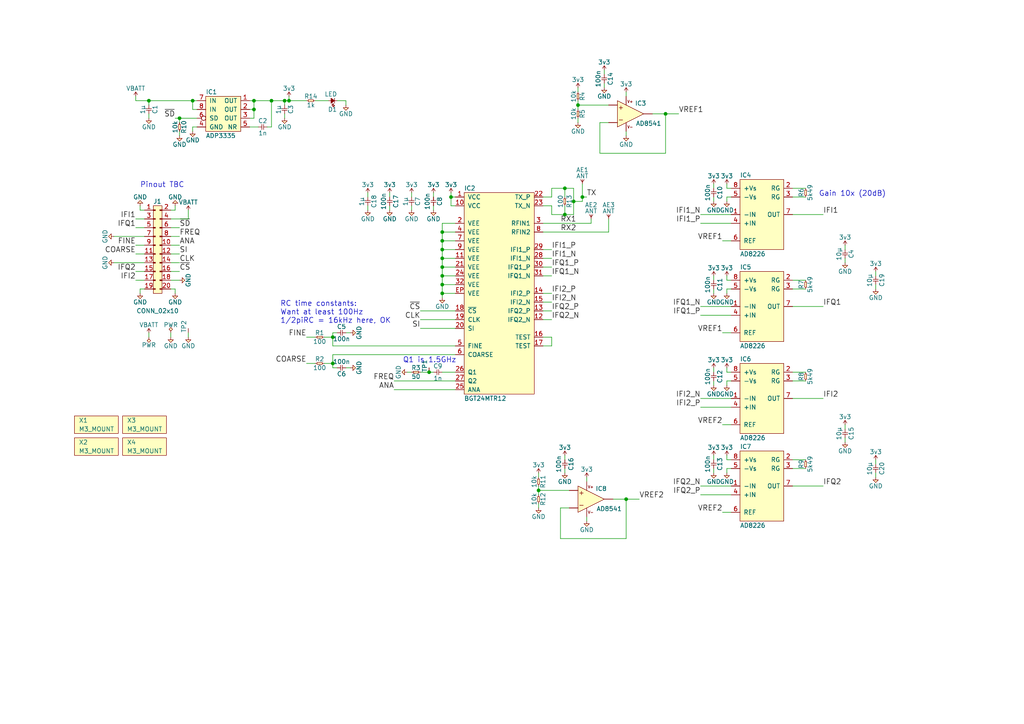
<source format=kicad_sch>
(kicad_sch (version 20230121) (generator eeschema)
  (paper "A4")
  (title_block (title "Bikedar RADAR Board") (date "2017-05-15") (rev "1") (comment 1 "Drawn By: Adam Greig"))
  (lib_symbols
    (symbol "bikedar-rescue:3v3" (power) (pin_numbers hide) (pin_names (offset 1.016) hide)
      (property "Value" "3v3" (at 0 2.286 0))
      (symbol "3v3_1_1"
        (pin power_in line (at 0 0 180) (length 0) hide (name "3v3") (number "1"))
      )
    )
    (symbol "bikedar-rescue:AD8226" (pin_names (offset 1.016))
      (property "Reference" "IC" (at -5.08 11.43 0))
      (property "Value" "AD8226" (at -5.08 -11.43 0))
      (symbol "AD8226_1_1"
        (pin input line (at -7.62 0 0) (length 2.54) (name "-IN") (number "1"))
        (pin passive line (at 10.16 7.62 180) (length 2.54) (name "RG") (number "2"))
        (pin passive line (at 10.16 5.08 180) (length 2.54) (name "RG") (number "3"))
        (pin input line (at -7.62 -2.54 0) (length 2.54) (name "+IN") (number "4"))
        (pin power_in line (at -7.62 5.08 0) (length 2.54) (name "-Vs") (number "5"))
        (pin input line (at -7.62 -7.62 0) (length 2.54) (name "REF") (number "6"))
        (pin output line (at 10.16 0 180) (length 2.54) (name "OUT") (number "7"))
        (pin power_in line (at -7.62 7.62 0) (length 2.54) (name "+Vs") (number "8"))
      )
    )
    (symbol "bikedar-rescue:AD8541" (pin_numbers hide) (pin_names (offset 1.016) hide)
      (property "Reference" "IC" (at 2.54 3.048 0))
      (property "Value" "AD8541" (at 2.794 -2.794 0))
      (symbol "AD8541_0_0"
        (text "V+" (at 0.254 3.556 0) (effects (font (size 0.762 0.762)) (justify left)))
        (text "V-" (at 0.254 -3.81 0) (effects (font (size 0.762 0.762)) (justify left)))
      )
      (symbol "AD8541_1_1"
        (pin output line (at 7.62 0 180) (length 2.54) (name "OUT") (number "1"))
        (pin power_in line (at 0 -5.08 90) (length 2.54) (name "V-") (number "2"))
        (pin input line (at -5.08 2.54 0) (length 2.54) (name "+") (number "3"))
        (pin input line (at -5.08 -2.54 0) (length 2.54) (name "-") (number "4"))
        (pin power_in line (at 0 5.08 270) (length 2.54) (name "V+") (number "5"))
      )
    )
    (symbol "bikedar-rescue:ADP3335" (pin_names (offset 1.016))
      (property "Reference" "IC" (at -5.08 5.08 0))
      (property "Value" "ADP3335" (at -5.08 -7.62 0))
      (symbol "ADP3335_1_1"
        (pin power_out line (at 7.62 2.54 180) (length 2.54) (name "OUT") (number "1"))
        (pin passive line (at 7.62 0 180) (length 2.54) (name "OUT") (number "2"))
        (pin passive line (at 7.62 -2.54 180) (length 2.54) (name "OUT") (number "3"))
        (pin power_in line (at -7.62 -5.08 0) (length 2.54) (name "GND") (number "4"))
        (pin power_out line (at 7.62 -5.08 180) (length 2.54) (name "NR") (number "5"))
        (pin input inverted (at -7.62 -2.54 0) (length 2.54) (name "SD") (number "6"))
        (pin power_in line (at -7.62 2.54 0) (length 2.54) (name "IN") (number "7"))
        (pin power_in line (at -7.62 0 0) (length 2.54) (name "IN") (number "8"))
      )
    )
    (symbol "bikedar-rescue:ANT" (pin_numbers hide) (pin_names (offset 0) hide)
      (property "Reference" "AE" (at 0 4.064 0))
      (property "Value" "ANT" (at 0 2.286 0))
      (symbol "ANT_1_1"
        (pin passive line (at 0 0 90) (length 1.27) (name "1") (number "1"))
      )
    )
    (symbol "bikedar-rescue:BGT24MTR12" (pin_names (offset 1.016))
      (property "Reference" "IC" (at -10.16 30.48 0))
      (property "Value" "BGT24MTR12" (at -10.16 -30.48 0))
      (symbol "BGT24MTR12_0_0"
        (pin power_in line (at -12.7 27.94 0) (length 2.54) (name "VCC") (number "1"))
        (pin power_in line (at -12.7 25.4 0) (length 2.54) (name "VCC") (number "10"))
        (pin power_in line (at -12.7 10.16 0) (length 2.54) (name "VEE") (number "11"))
        (pin output line (at 12.7 -7.62 180) (length 2.54) (name "IFQ2_N") (number "12"))
        (pin output line (at 12.7 -5.08 180) (length 2.54) (name "IFQ2_P") (number "13"))
        (pin output line (at 12.7 0 180) (length 2.54) (name "IFI2_P") (number "14"))
        (pin output line (at 12.7 -2.54 180) (length 2.54) (name "IFI2_N") (number "15"))
        (pin passive line (at 12.7 -12.7 180) (length 2.54) (name "TEST") (number "16"))
        (pin passive line (at 12.7 -15.24 180) (length 2.54) (name "TEST") (number "17"))
        (pin input line (at -12.7 -5.08 0) (length 2.54) (name "~{CS}") (number "18"))
        (pin input line (at -12.7 -7.62 0) (length 2.54) (name "CLK") (number "19"))
        (pin power_in line (at -12.7 20.32 0) (length 2.54) (name "VEE") (number "2"))
        (pin input line (at -12.7 -10.16 0) (length 2.54) (name "SI") (number "20"))
        (pin power_in line (at -12.7 7.62 0) (length 2.54) (name "VEE") (number "21"))
        (pin output line (at 12.7 27.94 180) (length 2.54) (name "TX_P") (number "22"))
        (pin output line (at 12.7 25.4 180) (length 2.54) (name "TX_N") (number "23"))
        (pin power_in line (at -12.7 5.08 0) (length 2.54) (name "VEE") (number "24"))
        (pin output line (at -12.7 -27.94 0) (length 2.54) (name "ANA") (number "25"))
        (pin output line (at -12.7 -22.86 0) (length 2.54) (name "Q1") (number "26"))
        (pin output line (at -12.7 -25.4 0) (length 2.54) (name "Q2") (number "27"))
        (pin output line (at 12.7 10.16 180) (length 2.54) (name "IFI1_N") (number "28"))
        (pin output line (at 12.7 12.7 180) (length 2.54) (name "IFI1_P") (number "29"))
        (pin input line (at 12.7 20.32 180) (length 2.54) (name "RFIN1") (number "3"))
        (pin output line (at 12.7 7.62 180) (length 2.54) (name "IFQ1_P") (number "30"))
        (pin output line (at 12.7 5.08 180) (length 2.54) (name "IFQ1_N") (number "31"))
        (pin power_in line (at -12.7 2.54 0) (length 2.54) (name "VEE") (number "32"))
        (pin power_in line (at -12.7 17.78 0) (length 2.54) (name "VEE") (number "4"))
        (pin input line (at -12.7 -15.24 0) (length 2.54) (name "FINE") (number "5"))
        (pin input line (at -12.7 -17.78 0) (length 2.54) (name "COARSE") (number "6"))
        (pin power_in line (at -12.7 15.24 0) (length 2.54) (name "VEE") (number "7"))
        (pin input line (at 12.7 17.78 180) (length 2.54) (name "RFIN2") (number "8"))
        (pin power_in line (at -12.7 12.7 0) (length 2.54) (name "VEE") (number "9"))
        (pin power_in line (at -12.7 0 0) (length 2.54) (name "VEE") (number "EP"))
      )
    )
    (symbol "bikedar-rescue:C" (pin_numbers hide) (pin_names (offset 1.016) hide)
      (property "Reference" "C" (at 1.27 1.778 0))
      (property "Value" "C" (at 1.27 -1.778 0))
      (symbol "C_1_1"
        (pin passive line (at 0 0 0) (length 1.016) (name "~") (number "1"))
        (pin passive line (at 2.54 0 180) (length 1.016) (name "~") (number "2"))
      )
    )
    (symbol "bikedar-rescue:CONN_02x10" (pin_names (offset 0.0254) hide)
      (property "Reference" "J" (at -2.54 2.54 0))
      (property "Value" "CONN_02x10" (at -2.54 -25.4 0))
      (symbol "CONN_02x10_1_1"
        (pin passive line (at -5.08 0 0) (length 2.54) (name "1") (number "1"))
        (pin passive line (at 2.54 -10.16 180) (length 2.54) (name "10") (number "10"))
        (pin passive line (at -5.08 -12.7 0) (length 2.54) (name "11") (number "11"))
        (pin passive line (at 2.54 -12.7 180) (length 2.54) (name "12") (number "12"))
        (pin passive line (at -5.08 -15.24 0) (length 2.54) (name "13") (number "13"))
        (pin passive line (at 2.54 -15.24 180) (length 2.54) (name "14") (number "14"))
        (pin passive line (at -5.08 -17.78 0) (length 2.54) (name "15") (number "15"))
        (pin passive line (at 2.54 -17.78 180) (length 2.54) (name "16") (number "16"))
        (pin passive line (at -5.08 -20.32 0) (length 2.54) (name "17") (number "17"))
        (pin passive line (at 2.54 -20.32 180) (length 2.54) (name "18") (number "18"))
        (pin passive line (at -5.08 -22.86 0) (length 2.54) (name "19") (number "19"))
        (pin passive line (at 2.54 0 180) (length 2.54) (name "2") (number "2"))
        (pin passive line (at 2.54 -22.86 180) (length 2.54) (name "20") (number "20"))
        (pin passive line (at -5.08 -2.54 0) (length 2.54) (name "3") (number "3"))
        (pin passive line (at 2.54 -2.54 180) (length 2.54) (name "4") (number "4"))
        (pin passive line (at -5.08 -5.08 0) (length 2.54) (name "5") (number "5"))
        (pin passive line (at 2.54 -5.08 180) (length 2.54) (name "6") (number "6"))
        (pin passive line (at -5.08 -7.62 0) (length 2.54) (name "7") (number "7"))
        (pin passive line (at 2.54 -7.62 180) (length 2.54) (name "8") (number "8"))
        (pin passive line (at -5.08 -10.16 0) (length 2.54) (name "9") (number "9"))
      )
    )
    (symbol "bikedar-rescue:GND" (power) (pin_numbers hide) (pin_names (offset 1.016) hide)
      (property "Value" "GND" (at 0 -2.54 0))
      (symbol "GND_1_1"
        (pin power_in line (at 0 0 180) (length 0) hide (name "GND") (number "1"))
      )
    )
    (symbol "bikedar-rescue:LED" (pin_numbers hide) (pin_names (offset 1.016) hide)
      (property "Reference" "D" (at 0 2.54 0))
      (property "Value" "LED" (at 0 -1.905 0))
      (symbol "LED_1_1"
        (pin passive line (at 0 0 0) (length 0.762) (name "~") (number "1"))
        (pin passive line (at 2.54 0 180) (length 0.762) (name "~") (number "2"))
      )
    )
    (symbol "bikedar-rescue:PART" (pin_names (offset 1.016))
      (property "Reference" "X" (at 1.27 2.54 0))
      (property "Value" "PART" (at 1.27 0 0))
    )
    (symbol "bikedar-rescue:PWR" (power) (pin_numbers hide) (pin_names (offset 1.016) hide)
      (property "Value" "PWR" (at 0 2.286 0))
      (symbol "PWR_1_1"
        (pin power_out line (at 0 0 90) (length 0.508) (name "pwr") (number "1"))
      )
    )
    (symbol "bikedar-rescue:R" (pin_numbers hide) (pin_names (offset 1.016) hide)
      (property "Reference" "R" (at 1.27 1.27 0))
      (property "Value" "R" (at 1.27 -1.27 0))
      (symbol "R_1_1"
        (pin passive line (at 0 0 0) (length 0.508) (name "~") (number "1"))
        (pin passive line (at 2.54 0 180) (length 0.508) (name "~") (number "2"))
      )
    )
    (symbol "bikedar-rescue:TESTPAD" (pin_numbers hide) (pin_names (offset 1.016) hide)
      (property "Reference" "TP" (at 0 1.27 0))
      (symbol "TESTPAD_1_1"
        (pin input line (at 0 0 0) (length 1.27) (name "TP") (number "1"))
      )
    )
    (symbol "bikedar-rescue:VBATT" (power) (pin_numbers hide) (pin_names (offset 1.016) hide)
      (property "Value" "VBATT" (at 0 2.286 0))
      (symbol "VBATT_1_1"
        (pin power_in line (at 0 0 180) (length 0) hide (name "VBATT") (number "1"))
      )
    )
  )
  (junction (at 55.88 29.21))
  (junction (at 128.27 85.09))
  (junction (at 124.46 107.95))
  (junction (at 163.83 62.23))
  (junction (at 128.27 80.01))
  (junction (at 43.18 29.21))
  (junction (at 83.82 29.21))
  (junction (at 78.74 29.21))
  (junction (at 96.52 97.79))
  (junction (at 193.04 33.02))
  (junction (at 96.52 105.41))
  (junction (at 128.27 77.47))
  (junction (at 130.81 57.15))
  (junction (at 181.61 144.78))
  (junction (at 73.66 31.75))
  (junction (at 163.83 54.61))
  (junction (at 167.64 30.48))
  (junction (at 166.37 58.42))
  (junction (at 128.27 72.39))
  (junction (at 82.55 29.21))
  (junction (at 128.27 69.85))
  (junction (at 128.27 67.31))
  (junction (at 128.27 74.93))
  (junction (at 128.27 82.55))
  (junction (at 168.91 57.15))
  (junction (at 73.66 29.21))
  (junction (at 52.07 34.29))
  (junction (at 156.21 142.24))
  (wire (pts (xy 160.02 77.47) (xy 157.48 77.47)))
  (wire (pts (xy 93.98 97.79) (xy 96.52 97.79)))
  (wire (pts (xy 212.09 115.57) (xy 203.2 115.57)))
  (wire (pts (xy 49.53 78.74) (xy 52.07 78.74)))
  (wire (pts (xy 254 82.55) (xy 254 83.82)))
  (wire (pts (xy 132.08 80.01) (xy 128.27 80.01)))
  (wire (pts (xy 176.53 30.48) (xy 167.64 30.48)))
  (wire (pts (xy 50.8 60.96) (xy 50.8 59.69)))
  (wire (pts (xy 78.74 29.21) (xy 82.55 29.21)))
  (wire (pts (xy 207.01 57.15) (xy 207.01 58.42)))
  (wire (pts (xy 39.37 29.21) (xy 43.18 29.21)))
  (wire (pts (xy 160.02 72.39) (xy 157.48 72.39)))
  (wire (pts (xy 125.73 55.88) (xy 125.73 57.15)))
  (wire (pts (xy 57.15 36.83) (xy 55.88 36.83)))
  (wire (pts (xy 166.37 58.42) (xy 166.37 54.61)))
  (wire (pts (xy 254 78.74) (xy 254 80.01)))
  (wire (pts (xy 132.08 74.93) (xy 128.27 74.93)))
  (wire (pts (xy 128.27 74.93) (xy 128.27 77.47)))
  (wire (pts (xy 125.73 59.69) (xy 125.73 60.96)))
  (wire (pts (xy 210.82 133.35) (xy 212.09 133.35)))
  (wire (pts (xy 210.82 107.95) (xy 212.09 107.95)))
  (wire (pts (xy 210.82 57.15) (xy 212.09 57.15)))
  (wire (pts (xy 132.08 110.49) (xy 114.3 110.49)))
  (wire (pts (xy 163.83 135.89) (xy 163.83 137.16)))
  (wire (pts (xy 128.27 67.31) (xy 128.27 69.85)))
  (wire (pts (xy 49.53 60.96) (xy 50.8 60.96)))
  (wire (pts (xy 128.27 77.47) (xy 128.27 80.01)))
  (wire (pts (xy 210.82 106.68) (xy 210.82 107.95)))
  (wire (pts (xy 254 137.16) (xy 254 138.43)))
  (wire (pts (xy 210.82 132.08) (xy 210.82 133.35)))
  (wire (pts (xy 160.02 54.61) (xy 163.83 54.61)))
  (wire (pts (xy 118.11 107.95) (xy 119.38 107.95)))
  (wire (pts (xy 130.81 55.88) (xy 130.81 57.15)))
  (wire (pts (xy 156.21 142.24) (xy 156.21 143.51)))
  (wire (pts (xy 132.08 82.55) (xy 128.27 82.55)))
  (wire (pts (xy 128.27 69.85) (xy 128.27 72.39)))
  (wire (pts (xy 207.01 80.01) (xy 207.01 81.28)))
  (wire (pts (xy 73.66 31.75) (xy 73.66 34.29)))
  (wire (pts (xy 156.21 137.16) (xy 156.21 138.43)))
  (wire (pts (xy 72.39 36.83) (xy 74.93 36.83)))
  (wire (pts (xy 245.11 71.12) (xy 245.11 72.39)))
  (wire (pts (xy 163.83 54.61) (xy 163.83 57.15)))
  (wire (pts (xy 106.68 55.88) (xy 106.68 57.15)))
  (wire (pts (xy 157.48 80.01) (xy 160.02 80.01)))
  (wire (pts (xy 96.52 105.41) (xy 96.52 106.68)))
  (wire (pts (xy 97.79 29.21) (xy 100.33 29.21)))
  (wire (pts (xy 55.88 31.75) (xy 57.15 31.75)))
  (wire (pts (xy 132.08 113.03) (xy 114.3 113.03)))
  (wire (pts (xy 168.91 58.42) (xy 168.91 57.15)))
  (wire (pts (xy 73.66 29.21) (xy 78.74 29.21)))
  (wire (pts (xy 167.64 30.48) (xy 167.64 31.75)))
  (wire (pts (xy 78.74 36.83) (xy 78.74 29.21)))
  (wire (pts (xy 39.37 73.66) (xy 41.91 73.66)))
  (wire (pts (xy 162.56 147.32) (xy 162.56 156.21)))
  (wire (pts (xy 254 133.35) (xy 254 134.62)))
  (wire (pts (xy 156.21 140.97) (xy 156.21 142.24)))
  (wire (pts (xy 49.53 63.5) (xy 54.61 63.5)))
  (wire (pts (xy 156.21 147.32) (xy 156.21 146.05)))
  (wire (pts (xy 245.11 74.93) (xy 245.11 76.2)))
  (wire (pts (xy 157.48 85.09) (xy 160.02 85.09)))
  (wire (pts (xy 177.8 144.78) (xy 181.61 144.78)))
  (wire (pts (xy 193.04 44.45) (xy 193.04 33.02)))
  (wire (pts (xy 49.53 96.52) (xy 49.53 97.79)))
  (wire (pts (xy 132.08 64.77) (xy 128.27 64.77)))
  (wire (pts (xy 50.8 83.82) (xy 50.8 85.09)))
  (wire (pts (xy 209.55 69.85) (xy 212.09 69.85)))
  (wire (pts (xy 132.08 77.47) (xy 128.27 77.47)))
  (wire (pts (xy 55.88 36.83) (xy 55.88 38.1)))
  (wire (pts (xy 128.27 82.55) (xy 128.27 85.09)))
  (wire (pts (xy 229.87 57.15) (xy 233.68 57.15)))
  (wire (pts (xy 167.64 29.21) (xy 167.64 30.48)))
  (wire (pts (xy 160.02 100.33) (xy 157.48 100.33)))
  (wire (pts (xy 49.53 68.58) (xy 52.07 68.58)))
  (wire (pts (xy 96.52 96.52) (xy 96.52 97.79)))
  (wire (pts (xy 173.99 35.56) (xy 173.99 44.45)))
  (wire (pts (xy 106.68 59.69) (xy 106.68 60.96)))
  (wire (pts (xy 207.01 110.49) (xy 207.01 111.76)))
  (wire (pts (xy 72.39 31.75) (xy 73.66 31.75)))
  (wire (pts (xy 54.61 96.52) (xy 54.61 97.79)))
  (wire (pts (xy 173.99 44.45) (xy 193.04 44.45)))
  (wire (pts (xy 157.48 59.69) (xy 160.02 59.69)))
  (wire (pts (xy 43.18 30.48) (xy 43.18 29.21)))
  (wire (pts (xy 52.07 34.29) (xy 57.15 34.29)))
  (wire (pts (xy 101.6 96.52) (xy 100.33 96.52)))
  (wire (pts (xy 119.38 59.69) (xy 119.38 60.96)))
  (wire (pts (xy 229.87 62.23) (xy 238.76 62.23)))
  (wire (pts (xy 52.07 39.37) (xy 52.07 38.1)))
  (wire (pts (xy 175.26 24.13) (xy 175.26 25.4)))
  (wire (pts (xy 210.82 137.16) (xy 210.82 135.89)))
  (wire (pts (xy 181.61 26.67) (xy 181.61 27.94)))
  (wire (pts (xy 210.82 53.34) (xy 210.82 54.61)))
  (wire (pts (xy 54.61 63.5) (xy 54.61 60.96)))
  (wire (pts (xy 181.61 156.21) (xy 181.61 144.78)))
  (wire (pts (xy 209.55 123.19) (xy 212.09 123.19)))
  (wire (pts (xy 33.02 76.2) (xy 41.91 76.2)))
  (wire (pts (xy 229.87 88.9) (xy 238.76 88.9)))
  (wire (pts (xy 229.87 135.89) (xy 233.68 135.89)))
  (wire (pts (xy 49.53 73.66) (xy 52.07 73.66)))
  (wire (pts (xy 121.92 107.95) (xy 124.46 107.95)))
  (wire (pts (xy 49.53 71.12) (xy 52.07 71.12)))
  (wire (pts (xy 245.11 123.19) (xy 245.11 124.46)))
  (wire (pts (xy 40.64 59.69) (xy 40.64 60.96)))
  (wire (pts (xy 160.02 62.23) (xy 163.83 62.23)))
  (wire (pts (xy 52.07 34.29) (xy 52.07 35.56)))
  (wire (pts (xy 91.44 29.21) (xy 95.25 29.21)))
  (wire (pts (xy 229.87 81.28) (xy 233.68 81.28)))
  (wire (pts (xy 96.52 102.87) (xy 132.08 102.87)))
  (wire (pts (xy 181.61 38.1) (xy 181.61 39.37)))
  (wire (pts (xy 157.48 64.77) (xy 171.45 64.77)))
  (wire (pts (xy 73.66 34.29) (xy 72.39 34.29)))
  (wire (pts (xy 113.03 59.69) (xy 113.03 60.96)))
  (wire (pts (xy 130.81 57.15) (xy 130.81 59.69)))
  (wire (pts (xy 165.1 142.24) (xy 156.21 142.24)))
  (wire (pts (xy 203.2 118.11) (xy 212.09 118.11)))
  (wire (pts (xy 170.18 57.15) (xy 168.91 57.15)))
  (wire (pts (xy 210.82 110.49) (xy 212.09 110.49)))
  (wire (pts (xy 73.66 29.21) (xy 73.66 31.75)))
  (wire (pts (xy 100.33 106.68) (xy 101.6 106.68)))
  (wire (pts (xy 210.82 81.28) (xy 212.09 81.28)))
  (wire (pts (xy 176.53 35.56) (xy 173.99 35.56)))
  (wire (pts (xy 210.82 54.61) (xy 212.09 54.61)))
  (wire (pts (xy 209.55 96.52) (xy 212.09 96.52)))
  (wire (pts (xy 128.27 80.01) (xy 128.27 82.55)))
  (wire (pts (xy 41.91 83.82) (xy 40.64 83.82)))
  (wire (pts (xy 210.82 135.89) (xy 212.09 135.89)))
  (wire (pts (xy 43.18 29.21) (xy 55.88 29.21)))
  (wire (pts (xy 193.04 33.02) (xy 196.85 33.02)))
  (wire (pts (xy 163.83 132.08) (xy 163.83 133.35)))
  (wire (pts (xy 82.55 34.29) (xy 82.55 33.02)))
  (wire (pts (xy 113.03 55.88) (xy 113.03 57.15)))
  (wire (pts (xy 96.52 102.87) (xy 96.52 105.41)))
  (wire (pts (xy 229.87 133.35) (xy 233.68 133.35)))
  (wire (pts (xy 128.27 72.39) (xy 128.27 74.93)))
  (wire (pts (xy 210.82 85.09) (xy 210.82 83.82)))
  (wire (pts (xy 181.61 144.78) (xy 185.42 144.78)))
  (wire (pts (xy 176.53 67.31) (xy 176.53 63.5)))
  (wire (pts (xy 166.37 62.23) (xy 166.37 58.42)))
  (wire (pts (xy 72.39 29.21) (xy 73.66 29.21)))
  (wire (pts (xy 167.64 25.4) (xy 167.64 26.67)))
  (wire (pts (xy 132.08 85.09) (xy 128.27 85.09)))
  (wire (pts (xy 157.48 74.93) (xy 160.02 74.93)))
  (wire (pts (xy 55.88 29.21) (xy 57.15 29.21)))
  (wire (pts (xy 33.02 68.58) (xy 41.91 68.58)))
  (wire (pts (xy 157.48 67.31) (xy 176.53 67.31)))
  (wire (pts (xy 210.82 80.01) (xy 210.82 81.28)))
  (wire (pts (xy 130.81 57.15) (xy 132.08 57.15)))
  (wire (pts (xy 175.26 20.32) (xy 175.26 21.59)))
  (wire (pts (xy 163.83 54.61) (xy 166.37 54.61)))
  (wire (pts (xy 52.07 81.28) (xy 49.53 81.28)))
  (wire (pts (xy 165.1 147.32) (xy 162.56 147.32)))
  (wire (pts (xy 163.83 62.23) (xy 163.83 59.69)))
  (wire (pts (xy 229.87 110.49) (xy 233.68 110.49)))
  (wire (pts (xy 132.08 107.95) (xy 128.27 107.95)))
  (wire (pts (xy 93.98 105.41) (xy 96.52 105.41)))
  (wire (pts (xy 203.2 91.44) (xy 212.09 91.44)))
  (wire (pts (xy 229.87 54.61) (xy 233.68 54.61)))
  (wire (pts (xy 160.02 87.63) (xy 157.48 87.63)))
  (wire (pts (xy 157.48 90.17) (xy 160.02 90.17)))
  (wire (pts (xy 160.02 59.69) (xy 160.02 62.23)))
  (wire (pts (xy 100.33 29.21) (xy 100.33 30.48)))
  (wire (pts (xy 96.52 106.68) (xy 97.79 106.68)))
  (wire (pts (xy 166.37 58.42) (xy 168.91 58.42)))
  (wire (pts (xy 130.81 59.69) (xy 132.08 59.69)))
  (wire (pts (xy 203.2 143.51) (xy 212.09 143.51)))
  (wire (pts (xy 160.02 57.15) (xy 160.02 54.61)))
  (wire (pts (xy 77.47 36.83) (xy 78.74 36.83)))
  (wire (pts (xy 212.09 88.9) (xy 203.2 88.9)))
  (wire (pts (xy 43.18 34.29) (xy 43.18 33.02)))
  (wire (pts (xy 132.08 72.39) (xy 128.27 72.39)))
  (wire (pts (xy 52.07 66.04) (xy 49.53 66.04)))
  (wire (pts (xy 49.53 83.82) (xy 50.8 83.82)))
  (wire (pts (xy 157.48 97.79) (xy 160.02 97.79)))
  (wire (pts (xy 132.08 67.31) (xy 128.27 67.31)))
  (wire (pts (xy 203.2 64.77) (xy 212.09 64.77)))
  (wire (pts (xy 245.11 127) (xy 245.11 128.27)))
  (wire (pts (xy 50.8 34.29) (xy 52.07 34.29)))
  (wire (pts (xy 229.87 115.57) (xy 238.76 115.57)))
  (wire (pts (xy 162.56 156.21) (xy 181.61 156.21)))
  (wire (pts (xy 91.44 97.79) (xy 88.9 97.79)))
  (wire (pts (xy 207.01 132.08) (xy 207.01 133.35)))
  (wire (pts (xy 82.55 29.21) (xy 82.55 30.48)))
  (wire (pts (xy 55.88 29.21) (xy 55.88 31.75)))
  (wire (pts (xy 170.18 138.43) (xy 170.18 139.7)))
  (wire (pts (xy 40.64 60.96) (xy 41.91 60.96)))
  (wire (pts (xy 163.83 62.23) (xy 166.37 62.23)))
  (wire (pts (xy 167.64 35.56) (xy 167.64 34.29)))
  (wire (pts (xy 210.82 83.82) (xy 212.09 83.82)))
  (wire (pts (xy 39.37 71.12) (xy 41.91 71.12)))
  (wire (pts (xy 207.01 106.68) (xy 207.01 107.95)))
  (wire (pts (xy 132.08 92.71) (xy 121.92 92.71)))
  (wire (pts (xy 96.52 100.33) (xy 132.08 100.33)))
  (wire (pts (xy 212.09 62.23) (xy 203.2 62.23)))
  (wire (pts (xy 229.87 83.82) (xy 233.68 83.82)))
  (wire (pts (xy 96.52 97.79) (xy 96.52 100.33)))
  (wire (pts (xy 168.91 57.15) (xy 168.91 53.34)))
  (wire (pts (xy 170.18 149.86) (xy 170.18 151.13)))
  (wire (pts (xy 212.09 140.97) (xy 203.2 140.97)))
  (wire (pts (xy 128.27 85.09) (xy 128.27 86.36)))
  (wire (pts (xy 229.87 140.97) (xy 238.76 140.97)))
  (wire (pts (xy 229.87 107.95) (xy 233.68 107.95)))
  (wire (pts (xy 132.08 69.85) (xy 128.27 69.85)))
  (wire (pts (xy 41.91 66.04) (xy 39.37 66.04)))
  (wire (pts (xy 128.27 64.77) (xy 128.27 67.31)))
  (wire (pts (xy 209.55 148.59) (xy 212.09 148.59)))
  (wire (pts (xy 171.45 64.77) (xy 171.45 63.5)))
  (wire (pts (xy 83.82 29.21) (xy 88.9 29.21)))
  (wire (pts (xy 157.48 57.15) (xy 160.02 57.15)))
  (wire (pts (xy 83.82 29.21) (xy 83.82 27.94)))
  (wire (pts (xy 189.23 33.02) (xy 193.04 33.02)))
  (wire (pts (xy 207.01 135.89) (xy 207.01 137.16)))
  (wire (pts (xy 207.01 53.34) (xy 207.01 54.61)))
  (wire (pts (xy 119.38 55.88) (xy 119.38 57.15)))
  (wire (pts (xy 39.37 27.94) (xy 39.37 29.21)))
  (wire (pts (xy 82.55 29.21) (xy 83.82 29.21)))
  (wire (pts (xy 41.91 63.5) (xy 39.37 63.5)))
  (wire (pts (xy 121.92 95.25) (xy 132.08 95.25)))
  (wire (pts (xy 207.01 83.82) (xy 207.01 85.09)))
  (wire (pts (xy 40.64 83.82) (xy 40.64 85.09)))
  (wire (pts (xy 49.53 76.2) (xy 52.07 76.2)))
  (wire (pts (xy 97.79 96.52) (xy 96.52 96.52)))
  (wire (pts (xy 160.02 92.71) (xy 157.48 92.71)))
  (wire (pts (xy 39.37 81.28) (xy 41.91 81.28)))
  (wire (pts (xy 124.46 107.95) (xy 125.73 107.95)))
  (wire (pts (xy 210.82 111.76) (xy 210.82 110.49)))
  (wire (pts (xy 43.18 97.79) (xy 43.18 96.52)))
  (wire (pts (xy 210.82 58.42) (xy 210.82 57.15)))
  (wire (pts (xy 160.02 97.79) (xy 160.02 100.33)))
  (wire (pts (xy 39.37 78.74) (xy 41.91 78.74)))
  (wire (pts (xy 91.44 105.41) (xy 88.9 105.41)))
  (wire (pts (xy 132.08 90.17) (xy 121.92 90.17)))
  (text "Q1 is 1.5GHz" (at 116.84 105.41 0) (effects (font (size 1.524 1.524)) (justify left bottom)))
  (text "RC time constants:\nWant at least 100Hz\n1/2piRC = 16kHz here, OK" (at 81.28 93.98 0) (effects (font (size 1.524 1.524)) (justify left bottom)))
  (text "Pinout TBC" (at 40.64 54.61 0) (effects (font (size 1.524 1.524)) (justify left bottom)))
  (text "Gain 10x (20dB)" (at 237.49 57.15 0) (effects (font (size 1.524 1.524)) (justify left bottom)))
  (label "IFI2_N" (at 160.02 87.63 0) (effects (font (size 1.524 1.524))))
  (label "FREQ" (at 52.07 68.58 0) (effects (font (size 1.524 1.524))))
  (label "IFQ2" (at 39.37 78.74 180) (effects (font (size 1.524 1.524))))
  (label "VREF1" (at 196.85 33.02 0) (effects (font (size 1.524 1.524))))
  (label "IFI1_P" (at 203.2 64.77 180) (effects (font (size 1.524 1.524))))
  (label "FINE" (at 88.9 97.79 180) (effects (font (size 1.524 1.524))))
  (label "IFQ1_N" (at 160.02 80.01 0) (effects (font (size 1.524 1.524))))
  (label "TX" (at 170.18 57.15 0) (effects (font (size 1.524 1.524))))
  (label "IFQ1_P" (at 203.2 91.44 180) (effects (font (size 1.524 1.524))))
  (label "IFQ1" (at 238.76 88.9 0) (effects (font (size 1.524 1.524))))
  (label "CLK" (at 52.07 76.2 0) (effects (font (size 1.524 1.524))))
  (label "SI" (at 52.07 73.66 0) (effects (font (size 1.524 1.524))))
  (label "VREF1" (at 209.55 96.52 180) (effects (font (size 1.524 1.524))))
  (label "IFQ2_N" (at 160.02 92.71 0) (effects (font (size 1.524 1.524))))
  (label "IFI1" (at 39.37 63.5 180) (effects (font (size 1.524 1.524))))
  (label "IFI2" (at 39.37 81.28 180) (effects (font (size 1.524 1.524))))
  (label "VREF1" (at 209.55 69.85 180) (effects (font (size 1.524 1.524))))
  (label "VREF2" (at 185.42 144.78 0) (effects (font (size 1.524 1.524))))
  (label "CLK" (at 121.92 92.71 180) (effects (font (size 1.524 1.524))))
  (label "IFI2_P" (at 203.2 118.11 180) (effects (font (size 1.524 1.524))))
  (label "IFQ1_N" (at 203.2 88.9 180) (effects (font (size 1.524 1.524))))
  (label "IFI1_N" (at 203.2 62.23 180) (effects (font (size 1.524 1.524))))
  (label "FINE" (at 39.37 71.12 180) (effects (font (size 1.524 1.524))))
  (label "COARSE" (at 88.9 105.41 180) (effects (font (size 1.524 1.524))))
  (label "RX1" (at 162.56 64.77 0) (effects (font (size 1.524 1.524))))
  (label "ANA" (at 114.3 113.03 180) (effects (font (size 1.524 1.524))))
  (label "~{SD}" (at 52.07 66.04 0) (effects (font (size 1.524 1.524))))
  (label "IFI2_P" (at 160.02 85.09 0) (effects (font (size 1.524 1.524))))
  (label "~{CS}" (at 52.07 78.74 0) (effects (font (size 1.524 1.524))))
  (label "IFI2_N" (at 203.2 115.57 180) (effects (font (size 1.524 1.524))))
  (label "IFQ1_P" (at 160.02 77.47 0) (effects (font (size 1.524 1.524))))
  (label "FREQ" (at 114.3 110.49 180) (effects (font (size 1.524 1.524))))
  (label "IFQ2_P" (at 203.2 143.51 180) (effects (font (size 1.524 1.524))))
  (label "~{CS}" (at 121.92 90.17 180) (effects (font (size 1.524 1.524))))
  (label "IFI2" (at 238.76 115.57 0) (effects (font (size 1.524 1.524))))
  (label "~{SD}" (at 50.8 34.29 180) (effects (font (size 1.524 1.524))))
  (label "IFQ2" (at 238.76 140.97 0) (effects (font (size 1.524 1.524))))
  (label "VREF2" (at 209.55 148.59 180) (effects (font (size 1.524 1.524))))
  (label "RX2" (at 162.56 67.31 0) (effects (font (size 1.524 1.524))))
  (label "IFQ2_N" (at 203.2 140.97 180) (effects (font (size 1.524 1.524))))
  (label "VREF2" (at 209.55 123.19 180) (effects (font (size 1.524 1.524))))
  (label "IFI1" (at 238.76 62.23 0) (effects (font (size 1.524 1.524))))
  (label "IFQ2_P" (at 160.02 90.17 0) (effects (font (size 1.524 1.524))))
  (label "IFI1_N" (at 160.02 74.93 0) (effects (font (size 1.524 1.524))))
  (label "SI" (at 121.92 95.25 180) (effects (font (size 1.524 1.524))))
  (label "IFI1_P" (at 160.02 72.39 0) (effects (font (size 1.524 1.524))))
  (label "ANA" (at 52.07 71.12 0) (effects (font (size 1.524 1.524))))
  (label "COARSE" (at 39.37 73.66 180) (effects (font (size 1.524 1.524))))
  (label "IFQ1" (at 39.37 66.04 180) (effects (font (size 1.524 1.524))))
  (symbol (lib_id "bikedar-rescue:BGT24MTR12") (at 144.78 85.09 0) (unit 1)
    (property "Reference" "IC2" (at 134.62 54.61 0) (effects (justify left)))
    (property "Value" "BGT24MTR12" (at 134.62 115.57 0) (effects (justify left)))
    (property "Footprint" "agg:QFN-32-BGT24MTR" (effects hide))
    (property "Datasheet" "http://www.infineon.com/dgdl/?fileId=db3a304339dcf4b10139df108e75025b" (effects hide))
    (property "Mouser" "726-4MTR12E6327XUMA1" (effects hide))
  )
  (symbol (lib_id "bikedar-rescue:GND") (at 50.8 59.69 180) (unit 1)
    (property "Reference" "#PWR01" (effects hide))
    (property "Value" "GND" (at 50.8 57.15 0))
  )
  (symbol (lib_id "bikedar-rescue:GND") (at 40.64 59.69 180) (unit 1)
    (property "Reference" "#PWR02" (effects hide))
    (property "Value" "GND" (at 40.64 57.15 0))
  )
  (symbol (lib_id "bikedar-rescue:GND") (at 40.64 85.09 0) (unit 1)
    (property "Reference" "#PWR03" (effects hide))
    (property "Value" "GND" (at 40.64 87.63 0))
  )
  (symbol (lib_id "bikedar-rescue:GND") (at 50.8 85.09 0) (unit 1)
    (property "Reference" "#PWR04" (effects hide))
    (property "Value" "GND" (at 50.8 87.63 0))
  )
  (symbol (lib_id "bikedar-rescue:VBATT") (at 54.61 60.96 0) (unit 1)
    (property "Reference" "#PWR05" (effects hide))
    (property "Value" "VBATT" (at 54.61 58.674 0))
  )
  (symbol (lib_id "bikedar-rescue:ADP3335") (at 64.77 31.75 0) (unit 1)
    (property "Reference" "IC1" (at 59.69 26.67 0) (effects (justify left)))
    (property "Value" "ADP3335" (at 59.69 39.37 0) (effects (justify left)))
    (property "Footprint" "agg:MSOP-8" (effects hide))
    (property "Mouser" "ADP3335ARMZ-3.3RL7" (effects hide))
  )
  (symbol (lib_id "bikedar-rescue:VBATT") (at 39.37 27.94 0) (unit 1)
    (property "Reference" "#PWR06" (effects hide))
    (property "Value" "VBATT" (at 39.37 25.654 0))
  )
  (symbol (lib_id "bikedar-rescue:GND") (at 55.88 38.1 0) (unit 1)
    (property "Reference" "#PWR07" (effects hide))
    (property "Value" "GND" (at 55.88 40.64 0))
  )
  (symbol (lib_id "bikedar-rescue:3v3") (at 83.82 27.94 0) (unit 1)
    (property "Reference" "#PWR08" (effects hide))
    (property "Value" "3v3" (at 83.82 25.654 0))
  )
  (symbol (lib_id "bikedar-rescue:C") (at 74.93 36.83 0) (unit 1)
    (property "Reference" "C2" (at 76.2 35.052 0))
    (property "Value" "1n" (at 76.2 38.608 0))
    (property "Footprint" "agg:0603" (effects hide))
    (property "Mouser" "710-885012206008" (effects hide))
  )
  (symbol (lib_id "bikedar-rescue:C") (at 82.55 30.48 270) (unit 1)
    (property "Reference" "C3" (at 84.328 31.75 0))
    (property "Value" "1µ" (at 80.772 31.75 0))
    (property "Footprint" "agg:0603" (effects hide))
    (property "Mouser" "81-GRM188R71C105KE5J" (effects hide))
  )
  (symbol (lib_id "bikedar-rescue:GND") (at 82.55 34.29 0) (unit 1)
    (property "Reference" "#PWR09" (effects hide))
    (property "Value" "GND" (at 82.55 36.83 0))
  )
  (symbol (lib_id "bikedar-rescue:C") (at 43.18 30.48 270) (unit 1)
    (property "Reference" "C1" (at 44.958 31.75 0))
    (property "Value" "1µ" (at 41.402 31.75 0))
    (property "Footprint" "agg:0603" (effects hide))
    (property "Mouser" "81-GRM188R71C105KE5J" (effects hide))
  )
  (symbol (lib_id "bikedar-rescue:GND") (at 43.18 34.29 0) (unit 1)
    (property "Reference" "#PWR010" (effects hide))
    (property "Value" "GND" (at 43.18 36.83 0))
  )
  (symbol (lib_id "bikedar-rescue:3v3") (at 130.81 55.88 0) (unit 1)
    (property "Reference" "#PWR011" (effects hide))
    (property "Value" "3v3" (at 130.81 53.594 0))
  )
  (symbol (lib_id "bikedar-rescue:C") (at 119.38 57.15 270) (unit 1)
    (property "Reference" "C7" (at 121.158 58.42 0))
    (property "Value" "1µ" (at 117.602 58.42 0))
    (property "Footprint" "agg:0603" (effects hide))
    (property "Mouser" "81-GRM188R71C105KE5J" (effects hide))
  )
  (symbol (lib_id "bikedar-rescue:C") (at 125.73 57.15 270) (unit 1)
    (property "Reference" "C8" (at 127.508 58.42 0))
    (property "Value" "100n" (at 123.952 58.42 0))
    (property "Footprint" "agg:0603" (effects hide))
    (property "Mouser" "710-885012206020" (effects hide))
  )
  (symbol (lib_id "bikedar-rescue:3v3") (at 125.73 55.88 0) (unit 1)
    (property "Reference" "#PWR012" (effects hide))
    (property "Value" "3v3" (at 125.73 53.594 0))
  )
  (symbol (lib_id "bikedar-rescue:GND") (at 125.73 60.96 0) (unit 1)
    (property "Reference" "#PWR013" (effects hide))
    (property "Value" "GND" (at 125.73 63.5 0))
  )
  (symbol (lib_id "bikedar-rescue:GND") (at 119.38 60.96 0) (unit 1)
    (property "Reference" "#PWR014" (effects hide))
    (property "Value" "GND" (at 119.38 63.5 0))
  )
  (symbol (lib_id "bikedar-rescue:3v3") (at 119.38 55.88 0) (unit 1)
    (property "Reference" "#PWR015" (effects hide))
    (property "Value" "3v3" (at 119.38 53.594 0))
  )
  (symbol (lib_id "bikedar-rescue:GND") (at 128.27 86.36 0) (unit 1)
    (property "Reference" "#PWR016" (effects hide))
    (property "Value" "GND" (at 128.27 88.9 0))
  )
  (symbol (lib_id "bikedar-rescue:R") (at 119.38 107.95 0) (unit 1)
    (property "Reference" "R3" (at 120.65 106.68 0))
    (property "Value" "50" (at 120.65 109.22 0))
    (property "Footprint" "agg:0402" (effects hide))
    (property "Mouser" "660-RN731ETTP50R0F50" (effects hide))
  )
  (symbol (lib_id "bikedar-rescue:C") (at 125.73 107.95 0) (unit 1)
    (property "Reference" "C9" (at 127 106.172 0))
    (property "Value" "1n" (at 127 109.728 0))
    (property "Footprint" "agg:0402" (effects hide))
    (property "Mouser" "710-885012205025" (effects hide))
  )
  (symbol (lib_id "bikedar-rescue:GND") (at 118.11 107.95 270) (unit 1)
    (property "Reference" "#PWR017" (effects hide))
    (property "Value" "GND" (at 115.57 107.95 0))
  )
  (symbol (lib_id "bikedar-rescue:AD8226") (at 219.71 62.23 0) (unit 1)
    (property "Reference" "IC4" (at 214.63 50.8 0) (effects (justify left)))
    (property "Value" "AD8226" (at 214.63 73.66 0) (effects (justify left)))
    (property "Footprint" "agg:MSOP-8" (effects hide))
    (property "Mouser" "584-AD8226BRMZ" (effects hide))
  )
  (symbol (lib_id "bikedar-rescue:R") (at 91.44 97.79 0) (unit 1)
    (property "Reference" "R1" (at 92.71 96.52 0))
    (property "Value" "100" (at 92.71 99.06 0))
    (property "Footprint" "agg:0402" (effects hide))
    (property "Mouser" "603-RC0402FR-07100RL" (effects hide))
  )
  (symbol (lib_id "bikedar-rescue:C") (at 97.79 96.52 0) (unit 1)
    (property "Reference" "C5" (at 99.06 94.742 0))
    (property "Value" "100n" (at 99.06 98.298 0))
    (property "Footprint" "agg:0402" (effects hide))
    (property "Mouser" "710-885012205018" (effects hide))
  )
  (symbol (lib_id "bikedar-rescue:R") (at 91.44 105.41 0) (unit 1)
    (property "Reference" "R2" (at 92.71 104.14 0))
    (property "Value" "100" (at 92.71 106.68 0))
    (property "Footprint" "agg:0402" (effects hide))
    (property "Mouser" "603-RC0402FR-07100RL" (effects hide))
  )
  (symbol (lib_id "bikedar-rescue:GND") (at 101.6 96.52 90) (unit 1)
    (property "Reference" "#PWR018" (effects hide))
    (property "Value" "GND" (at 104.14 96.52 0))
  )
  (symbol (lib_id "bikedar-rescue:C") (at 100.33 106.68 180) (unit 1)
    (property "Reference" "C6" (at 99.06 108.458 0))
    (property "Value" "100n" (at 99.06 104.902 0))
    (property "Footprint" "agg:0402" (effects hide))
    (property "Mouser" "710-885012205018" (effects hide))
  )
  (symbol (lib_id "bikedar-rescue:GND") (at 101.6 106.68 90) (unit 1)
    (property "Reference" "#PWR019" (effects hide))
    (property "Value" "GND" (at 104.14 106.68 0))
  )
  (symbol (lib_id "bikedar-rescue:R") (at 233.68 57.15 90) (unit 1)
    (property "Reference" "R6" (at 232.41 55.88 0))
    (property "Value" "5k49" (at 234.95 55.88 0))
    (property "Footprint" "agg:0402" (effects hide))
    (property "Mouser" "279-CPF0402B5K49E1" (effects hide))
  )
  (symbol (lib_id "bikedar-rescue:3v3") (at 210.82 53.34 0) (unit 1)
    (property "Reference" "#PWR020" (effects hide))
    (property "Value" "3v3" (at 210.82 51.054 0))
  )
  (symbol (lib_id "bikedar-rescue:GND") (at 210.82 58.42 0) (unit 1)
    (property "Reference" "#PWR021" (effects hide))
    (property "Value" "GND" (at 210.82 60.96 0))
  )
  (symbol (lib_id "bikedar-rescue:C") (at 207.01 54.61 270) (unit 1)
    (property "Reference" "C10" (at 208.788 55.88 0))
    (property "Value" "100n" (at 205.232 55.88 0))
    (property "Footprint" "agg:0603" (effects hide))
    (property "Mouser" "710-885012206020" (effects hide))
  )
  (symbol (lib_id "bikedar-rescue:3v3") (at 207.01 53.34 0) (unit 1)
    (property "Reference" "#PWR022" (effects hide))
    (property "Value" "3v3" (at 207.01 51.054 0))
  )
  (symbol (lib_id "bikedar-rescue:GND") (at 207.01 58.42 0) (unit 1)
    (property "Reference" "#PWR023" (effects hide))
    (property "Value" "GND" (at 207.01 60.96 0))
  )
  (symbol (lib_id "bikedar-rescue:AD8541") (at 181.61 33.02 0) (unit 1)
    (property "Reference" "IC3" (at 184.15 29.972 0) (effects (justify left)))
    (property "Value" "AD8541" (at 184.404 35.814 0) (effects (justify left)))
    (property "Footprint" "agg:SC-70-5" (effects hide))
    (property "Mouser" "584-AD8541AKSZ-R7" (effects hide))
  )
  (symbol (lib_id "bikedar-rescue:R") (at 167.64 26.67 270) (unit 1)
    (property "Reference" "R4" (at 168.91 27.94 0))
    (property "Value" "10k" (at 166.37 27.94 0))
    (property "Footprint" "agg:0603" (effects hide))
    (property "Mouser" "603-RC0603FR-0710KL" (effects hide))
  )
  (symbol (lib_id "bikedar-rescue:R") (at 167.64 31.75 270) (unit 1)
    (property "Reference" "R5" (at 168.91 33.02 0))
    (property "Value" "10k" (at 166.37 33.02 0))
    (property "Footprint" "agg:0603" (effects hide))
    (property "Mouser" "603-RC0603FR-0710KL" (effects hide))
  )
  (symbol (lib_id "bikedar-rescue:3v3") (at 167.64 25.4 0) (unit 1)
    (property "Reference" "#PWR024" (effects hide))
    (property "Value" "3v3" (at 167.64 23.114 0))
  )
  (symbol (lib_id "bikedar-rescue:GND") (at 167.64 35.56 0) (unit 1)
    (property "Reference" "#PWR025" (effects hide))
    (property "Value" "GND" (at 167.64 38.1 0))
  )
  (symbol (lib_id "bikedar-rescue:GND") (at 181.61 39.37 0) (unit 1)
    (property "Reference" "#PWR026" (effects hide))
    (property "Value" "GND" (at 181.61 41.91 0))
  )
  (symbol (lib_id "bikedar-rescue:3v3") (at 181.61 26.67 0) (unit 1)
    (property "Reference" "#PWR027" (effects hide))
    (property "Value" "3v3" (at 181.61 24.384 0))
  )
  (symbol (lib_id "bikedar-rescue:C") (at 175.26 21.59 270) (unit 1)
    (property "Reference" "C14" (at 177.038 22.86 0))
    (property "Value" "100n" (at 173.482 22.86 0))
    (property "Footprint" "agg:0603" (effects hide))
    (property "Mouser" "710-885012206020" (effects hide))
  )
  (symbol (lib_id "bikedar-rescue:3v3") (at 175.26 20.32 0) (unit 1)
    (property "Reference" "#PWR028" (effects hide))
    (property "Value" "3v3" (at 175.26 18.034 0))
  )
  (symbol (lib_id "bikedar-rescue:GND") (at 175.26 25.4 0) (unit 1)
    (property "Reference" "#PWR029" (effects hide))
    (property "Value" "GND" (at 175.26 27.94 0))
  )
  (symbol (lib_id "bikedar-rescue:C") (at 245.11 72.39 270) (unit 1)
    (property "Reference" "C4" (at 246.888 73.66 0))
    (property "Value" "10µ" (at 243.332 73.66 0))
    (property "Footprint" "agg:0603" (effects hide))
    (property "Mouser" "81-GRM188Z71A106MA3J" (effects hide))
  )
  (symbol (lib_id "bikedar-rescue:GND") (at 245.11 76.2 0) (unit 1)
    (property "Reference" "#PWR030" (effects hide))
    (property "Value" "GND" (at 245.11 78.74 0))
  )
  (symbol (lib_id "bikedar-rescue:3v3") (at 245.11 71.12 0) (unit 1)
    (property "Reference" "#PWR031" (effects hide))
    (property "Value" "3v3" (at 245.11 68.834 0))
  )
  (symbol (lib_id "bikedar-rescue:AD8226") (at 219.71 88.9 0) (unit 1)
    (property "Reference" "IC5" (at 214.63 77.47 0) (effects (justify left)))
    (property "Value" "AD8226" (at 214.63 100.33 0) (effects (justify left)))
    (property "Footprint" "agg:MSOP-8" (effects hide))
    (property "Mouser" "584-AD8226BRMZ" (effects hide))
  )
  (symbol (lib_id "bikedar-rescue:R") (at 233.68 83.82 90) (unit 1)
    (property "Reference" "R7" (at 232.41 82.55 0))
    (property "Value" "5k49" (at 234.95 82.55 0))
    (property "Footprint" "agg:0402" (effects hide))
    (property "Mouser" "279-CPF0402B5K49E1" (effects hide))
  )
  (symbol (lib_id "bikedar-rescue:3v3") (at 210.82 80.01 0) (unit 1)
    (property "Reference" "#PWR032" (effects hide))
    (property "Value" "3v3" (at 210.82 77.724 0))
  )
  (symbol (lib_id "bikedar-rescue:GND") (at 210.82 85.09 0) (unit 1)
    (property "Reference" "#PWR033" (effects hide))
    (property "Value" "GND" (at 210.82 87.63 0))
  )
  (symbol (lib_id "bikedar-rescue:C") (at 207.01 81.28 270) (unit 1)
    (property "Reference" "C11" (at 208.788 82.55 0))
    (property "Value" "100n" (at 205.232 82.55 0))
    (property "Footprint" "agg:0603" (effects hide))
    (property "Mouser" "710-885012206020" (effects hide))
  )
  (symbol (lib_id "bikedar-rescue:3v3") (at 207.01 80.01 0) (unit 1)
    (property "Reference" "#PWR034" (effects hide))
    (property "Value" "3v3" (at 207.01 77.724 0))
  )
  (symbol (lib_id "bikedar-rescue:GND") (at 207.01 85.09 0) (unit 1)
    (property "Reference" "#PWR035" (effects hide))
    (property "Value" "GND" (at 207.01 87.63 0))
  )
  (symbol (lib_id "bikedar-rescue:AD8226") (at 219.71 115.57 0) (unit 1)
    (property "Reference" "IC6" (at 214.63 104.14 0) (effects (justify left)))
    (property "Value" "AD8226" (at 214.63 127 0) (effects (justify left)))
    (property "Footprint" "agg:MSOP-8" (effects hide))
    (property "Mouser" "584-AD8226BRMZ" (effects hide))
  )
  (symbol (lib_id "bikedar-rescue:R") (at 233.68 110.49 90) (unit 1)
    (property "Reference" "R8" (at 232.41 109.22 0))
    (property "Value" "5k49" (at 234.95 109.22 0))
    (property "Footprint" "agg:0402" (effects hide))
    (property "Mouser" "279-CPF0402B5K49E1" (effects hide))
  )
  (symbol (lib_id "bikedar-rescue:3v3") (at 210.82 106.68 0) (unit 1)
    (property "Reference" "#PWR036" (effects hide))
    (property "Value" "3v3" (at 210.82 104.394 0))
  )
  (symbol (lib_id "bikedar-rescue:GND") (at 210.82 111.76 0) (unit 1)
    (property "Reference" "#PWR037" (effects hide))
    (property "Value" "GND" (at 210.82 114.3 0))
  )
  (symbol (lib_id "bikedar-rescue:C") (at 207.01 107.95 270) (unit 1)
    (property "Reference" "C12" (at 208.788 109.22 0))
    (property "Value" "100n" (at 205.232 109.22 0))
    (property "Footprint" "agg:0603" (effects hide))
    (property "Mouser" "710-885012206020" (effects hide))
  )
  (symbol (lib_id "bikedar-rescue:3v3") (at 207.01 106.68 0) (unit 1)
    (property "Reference" "#PWR038" (effects hide))
    (property "Value" "3v3" (at 207.01 104.394 0))
  )
  (symbol (lib_id "bikedar-rescue:GND") (at 207.01 111.76 0) (unit 1)
    (property "Reference" "#PWR039" (effects hide))
    (property "Value" "GND" (at 207.01 114.3 0))
  )
  (symbol (lib_id "bikedar-rescue:AD8226") (at 219.71 140.97 0) (unit 1)
    (property "Reference" "IC7" (at 214.63 129.54 0) (effects (justify left)))
    (property "Value" "AD8226" (at 214.63 152.4 0) (effects (justify left)))
    (property "Footprint" "agg:MSOP-8" (effects hide))
    (property "Mouser" "584-AD8226BRMZ" (effects hide))
  )
  (symbol (lib_id "bikedar-rescue:R") (at 233.68 135.89 90) (unit 1)
    (property "Reference" "R9" (at 232.41 134.62 0))
    (property "Value" "5k49" (at 234.95 134.62 0))
    (property "Footprint" "agg:0402" (effects hide))
    (property "Mouser" "279-CPF0402B5K49E1" (effects hide))
  )
  (symbol (lib_id "bikedar-rescue:3v3") (at 210.82 132.08 0) (unit 1)
    (property "Reference" "#PWR040" (effects hide))
    (property "Value" "3v3" (at 210.82 129.794 0))
  )
  (symbol (lib_id "bikedar-rescue:GND") (at 210.82 137.16 0) (unit 1)
    (property "Reference" "#PWR041" (effects hide))
    (property "Value" "GND" (at 210.82 139.7 0))
  )
  (symbol (lib_id "bikedar-rescue:C") (at 207.01 133.35 270) (unit 1)
    (property "Reference" "C13" (at 208.788 134.62 0))
    (property "Value" "100n" (at 205.232 134.62 0))
    (property "Footprint" "agg:0603" (effects hide))
    (property "Mouser" "710-885012206020" (effects hide))
  )
  (symbol (lib_id "bikedar-rescue:3v3") (at 207.01 132.08 0) (unit 1)
    (property "Reference" "#PWR042" (effects hide))
    (property "Value" "3v3" (at 207.01 129.794 0))
  )
  (symbol (lib_id "bikedar-rescue:GND") (at 207.01 137.16 0) (unit 1)
    (property "Reference" "#PWR043" (effects hide))
    (property "Value" "GND" (at 207.01 139.7 0))
  )
  (symbol (lib_id "bikedar-rescue:TESTPAD") (at 124.46 107.95 90) (unit 1)
    (property "Reference" "TP1" (at 123.19 107.95 0) (effects (justify left)))
    (property "Value" "TESTPAD" (effects hide))
    (property "Footprint" "agg:TESTPAD" (effects hide))
  )
  (symbol (lib_id "bikedar-rescue:CONN_02x10") (at 46.99 60.96 0) (unit 1)
    (property "Reference" "J1" (at 44.45 58.42 0) (effects (justify left)))
    (property "Value" "CONN_02x10" (at 45.72 90.17 0))
    (property "Footprint" "agg:DIL-254P-20" (effects hide))
    (property "Mouser" "710-61302021121" (effects hide))
  )
  (symbol (lib_id "bikedar-rescue:GND") (at 33.02 68.58 270) (unit 1)
    (property "Reference" "#PWR044" (effects hide))
    (property "Value" "GND" (at 30.48 68.58 0))
  )
  (symbol (lib_id "bikedar-rescue:GND") (at 33.02 76.2 270) (unit 1)
    (property "Reference" "#PWR045" (effects hide))
    (property "Value" "GND" (at 30.48 76.2 0))
  )
  (symbol (lib_id "bikedar-rescue:GND") (at 52.07 81.28 90) (unit 1)
    (property "Reference" "#PWR046" (effects hide))
    (property "Value" "GND" (at 54.61 81.28 0))
  )
  (symbol (lib_id "bikedar-rescue:R") (at 52.07 35.56 270) (unit 1)
    (property "Reference" "R10" (at 53.34 36.83 0))
    (property "Value" "10k" (at 50.8 36.83 0))
    (property "Footprint" "agg:0603" (effects hide))
    (property "Mouser" "603-RC0603FR-0710KL" (effects hide))
  )
  (symbol (lib_id "bikedar-rescue:GND") (at 52.07 39.37 0) (unit 1)
    (property "Reference" "#PWR047" (effects hide))
    (property "Value" "GND" (at 52.07 41.91 0))
  )
  (symbol (lib_id "bikedar-rescue:PWR") (at 43.18 97.79 180) (unit 1)
    (property "Reference" "#FLG048" (effects hide))
    (property "Value" "PWR" (at 43.18 100.076 0))
  )
  (symbol (lib_id "bikedar-rescue:VBATT") (at 43.18 96.52 0) (unit 1)
    (property "Reference" "#PWR049" (effects hide))
    (property "Value" "VBATT" (at 43.18 94.234 0))
  )
  (symbol (lib_id "bikedar-rescue:PWR") (at 49.53 96.52 0) (unit 1)
    (property "Reference" "#FLG050" (effects hide))
    (property "Value" "PWR" (at 49.53 94.234 0))
  )
  (symbol (lib_id "bikedar-rescue:GND") (at 49.53 97.79 0) (unit 1)
    (property "Reference" "#PWR051" (effects hide))
    (property "Value" "GND" (at 49.53 100.33 0))
  )
  (symbol (lib_id "bikedar-rescue:PART") (at 21.59 124.46 0) (unit 1)
    (property "Reference" "X1" (at 22.86 121.92 0) (effects (justify left)))
    (property "Value" "M3_MOUNT" (at 22.86 124.46 0) (effects (justify left)))
    (property "Footprint" "agg:M3_MOUNT" (effects hide))
  )
  (symbol (lib_id "bikedar-rescue:PART") (at 35.56 124.46 0) (unit 1)
    (property "Reference" "X3" (at 36.83 121.92 0) (effects (justify left)))
    (property "Value" "M3_MOUNT" (at 36.83 124.46 0) (effects (justify left)))
    (property "Footprint" "agg:M3_MOUNT" (effects hide))
  )
  (symbol (lib_id "bikedar-rescue:PART") (at 21.59 130.81 0) (unit 1)
    (property "Reference" "X2" (at 22.86 128.27 0) (effects (justify left)))
    (property "Value" "M3_MOUNT" (at 22.86 130.81 0) (effects (justify left)))
    (property "Footprint" "agg:M3_MOUNT" (effects hide))
  )
  (symbol (lib_id "bikedar-rescue:PART") (at 35.56 130.81 0) (unit 1)
    (property "Reference" "X4" (at 36.83 128.27 0) (effects (justify left)))
    (property "Value" "M3_MOUNT" (at 36.83 130.81 0) (effects (justify left)))
    (property "Footprint" "agg:M3_MOUNT" (effects hide))
  )
  (symbol (lib_id "bikedar-rescue:GND") (at 54.61 97.79 0) (unit 1)
    (property "Reference" "#PWR052" (effects hide))
    (property "Value" "GND" (at 54.61 100.33 0))
  )
  (symbol (lib_id "bikedar-rescue:TESTPAD") (at 54.61 96.52 90) (unit 1)
    (property "Reference" "TP2" (at 53.34 96.52 0) (effects (justify left)))
    (property "Value" "TESTPAD" (effects hide))
    (property "Footprint" "agg:SIL-254P-01" (effects hide))
  )
  (symbol (lib_id "bikedar-rescue:C") (at 245.11 124.46 270) (unit 1)
    (property "Reference" "C15" (at 246.888 125.73 0))
    (property "Value" "10µ" (at 243.332 125.73 0))
    (property "Footprint" "agg:0603" (effects hide))
    (property "Mouser" "81-GRM188Z71A106MA3J" (effects hide))
  )
  (symbol (lib_id "bikedar-rescue:GND") (at 245.11 128.27 0) (unit 1)
    (property "Reference" "#PWR053" (effects hide))
    (property "Value" "GND" (at 245.11 130.81 0))
  )
  (symbol (lib_id "bikedar-rescue:3v3") (at 245.11 123.19 0) (unit 1)
    (property "Reference" "#PWR054" (effects hide))
    (property "Value" "3v3" (at 245.11 120.904 0))
  )
  (symbol (lib_id "bikedar-rescue:AD8541") (at 170.18 144.78 0) (unit 1)
    (property "Reference" "IC8" (at 172.72 141.732 0) (effects (justify left)))
    (property "Value" "AD8541" (at 172.974 147.574 0) (effects (justify left)))
    (property "Footprint" "agg:SC-70-5" (effects hide))
    (property "Mouser" "584-AD8541AKSZ-R7" (effects hide))
  )
  (symbol (lib_id "bikedar-rescue:R") (at 156.21 138.43 270) (unit 1)
    (property "Reference" "R11" (at 157.48 139.7 0))
    (property "Value" "10k" (at 154.94 139.7 0))
    (property "Footprint" "agg:0603" (effects hide))
    (property "Mouser" "603-RC0603FR-0710KL" (effects hide))
  )
  (symbol (lib_id "bikedar-rescue:R") (at 156.21 143.51 270) (unit 1)
    (property "Reference" "R12" (at 157.48 144.78 0))
    (property "Value" "10k" (at 154.94 144.78 0))
    (property "Footprint" "agg:0603" (effects hide))
    (property "Mouser" "603-RC0603FR-0710KL" (effects hide))
  )
  (symbol (lib_id "bikedar-rescue:3v3") (at 156.21 137.16 0) (unit 1)
    (property "Reference" "#PWR055" (effects hide))
    (property "Value" "3v3" (at 156.21 134.874 0))
  )
  (symbol (lib_id "bikedar-rescue:GND") (at 156.21 147.32 0) (unit 1)
    (property "Reference" "#PWR056" (effects hide))
    (property "Value" "GND" (at 156.21 149.86 0))
  )
  (symbol (lib_id "bikedar-rescue:GND") (at 170.18 151.13 0) (unit 1)
    (property "Reference" "#PWR057" (effects hide))
    (property "Value" "GND" (at 170.18 153.67 0))
  )
  (symbol (lib_id "bikedar-rescue:3v3") (at 170.18 138.43 0) (unit 1)
    (property "Reference" "#PWR058" (effects hide))
    (property "Value" "3v3" (at 170.18 136.144 0))
  )
  (symbol (lib_id "bikedar-rescue:C") (at 163.83 133.35 270) (unit 1)
    (property "Reference" "C16" (at 165.608 134.62 0))
    (property "Value" "100n" (at 162.052 134.62 0))
    (property "Footprint" "agg:0603" (effects hide))
    (property "Mouser" "710-885012206020" (effects hide))
  )
  (symbol (lib_id "bikedar-rescue:3v3") (at 163.83 132.08 0) (unit 1)
    (property "Reference" "#PWR059" (effects hide))
    (property "Value" "3v3" (at 163.83 129.794 0))
  )
  (symbol (lib_id "bikedar-rescue:GND") (at 163.83 137.16 0) (unit 1)
    (property "Reference" "#PWR060" (effects hide))
    (property "Value" "GND" (at 163.83 139.7 0))
  )
  (symbol (lib_id "bikedar-rescue:C") (at 113.03 57.15 270) (unit 1)
    (property "Reference" "C17" (at 114.808 58.42 0))
    (property "Value" "100n" (at 111.252 58.42 0))
    (property "Footprint" "agg:0603" (effects hide))
    (property "Mouser" "710-885012206020" (effects hide))
  )
  (symbol (lib_id "bikedar-rescue:3v3") (at 113.03 55.88 0) (unit 1)
    (property "Reference" "#PWR061" (effects hide))
    (property "Value" "3v3" (at 113.03 53.594 0))
  )
  (symbol (lib_id "bikedar-rescue:GND") (at 113.03 60.96 0) (unit 1)
    (property "Reference" "#PWR062" (effects hide))
    (property "Value" "GND" (at 113.03 63.5 0))
  )
  (symbol (lib_id "bikedar-rescue:ANT") (at 171.45 63.5 0) (unit 1)
    (property "Reference" "AE2" (at 171.45 59.436 0))
    (property "Value" "ANT" (at 171.45 61.214 0))
  )
  (symbol (lib_id "bikedar-rescue:ANT") (at 176.53 63.5 0) (unit 1)
    (property "Reference" "AE3" (at 176.53 59.436 0))
    (property "Value" "ANT" (at 176.53 61.214 0))
  )
  (symbol (lib_id "bikedar-rescue:R") (at 163.83 57.15 270) (unit 1)
    (property "Reference" "R13" (at 165.1 58.42 0))
    (property "Value" "100" (at 162.56 58.42 0))
    (property "Footprint" "agg:0402" (effects hide))
    (property "Mouser" "603-RC0402FR-07100RL" (effects hide))
  )
  (symbol (lib_id "bikedar-rescue:ANT") (at 168.91 53.34 0) (unit 1)
    (property "Reference" "AE1" (at 168.91 49.276 0))
    (property "Value" "ANT" (at 168.91 51.054 0))
  )
  (symbol (lib_id "bikedar-rescue:C") (at 106.68 57.15 270) (unit 1)
    (property "Reference" "C18" (at 108.458 58.42 0))
    (property "Value" "1µ" (at 104.902 58.42 0))
    (property "Footprint" "agg:0603" (effects hide))
    (property "Mouser" "81-GRM188R71C105KE5J" (effects hide))
  )
  (symbol (lib_id "bikedar-rescue:GND") (at 106.68 60.96 0) (unit 1)
    (property "Reference" "#PWR063" (effects hide))
    (property "Value" "GND" (at 106.68 63.5 0))
  )
  (symbol (lib_id "bikedar-rescue:3v3") (at 106.68 55.88 0) (unit 1)
    (property "Reference" "#PWR064" (effects hide))
    (property "Value" "3v3" (at 106.68 53.594 0))
  )
  (symbol (lib_id "bikedar-rescue:LED") (at 97.79 29.21 180) (unit 1)
    (property "Reference" "D1" (at 97.79 31.75 0) (effects (justify left)))
    (property "Value" "LED" (at 97.79 27.305 0) (effects (justify left)))
    (property "Footprint" "agg:0603-LED" (effects hide))
    (property "Mouser" "710-150060VS75000" (effects hide))
  )
  (symbol (lib_id "bikedar-rescue:R") (at 88.9 29.21 0) (unit 1)
    (property "Reference" "R14" (at 90.17 27.94 0))
    (property "Value" "1k" (at 90.17 30.48 0))
    (property "Footprint" "agg:0603" (effects hide))
    (property "Mouser" "71-CRCW0603-1.0K-E3" (effects hide))
  )
  (symbol (lib_id "bikedar-rescue:GND") (at 100.33 30.48 0) (unit 1)
    (property "Reference" "#PWR065" (effects hide))
    (property "Value" "GND" (at 100.33 33.02 0))
  )
  (symbol (lib_id "bikedar-rescue:C") (at 254 80.01 270) (unit 1)
    (property "Reference" "C19" (at 255.778 81.28 0))
    (property "Value" "10µ" (at 252.222 81.28 0))
    (property "Footprint" "agg:0603" (effects hide))
    (property "Mouser" "81-GRM188Z71A106MA3J" (effects hide))
  )
  (symbol (lib_id "bikedar-rescue:GND") (at 254 83.82 0) (unit 1)
    (property "Reference" "#PWR066" (effects hide))
    (property "Value" "GND" (at 254 86.36 0))
  )
  (symbol (lib_id "bikedar-rescue:3v3") (at 254 78.74 0) (unit 1)
    (property "Reference" "#PWR067" (effects hide))
    (property "Value" "3v3" (at 254 76.454 0))
  )
  (symbol (lib_id "bikedar-rescue:C") (at 254 134.62 270) (unit 1)
    (property "Reference" "C20" (at 255.778 135.89 0))
    (property "Value" "10µ" (at 252.222 135.89 0))
    (property "Footprint" "agg:0603" (effects hide))
    (property "Mouser" "81-GRM188Z71A106MA3J" (effects hide))
  )
  (symbol (lib_id "bikedar-rescue:GND") (at 254 138.43 0) (unit 1)
    (property "Reference" "#PWR068" (effects hide))
    (property "Value" "GND" (at 254 140.97 0))
  )
  (symbol (lib_id "bikedar-rescue:3v3") (at 254 133.35 0) (unit 1)
    (property "Reference" "#PWR069" (effects hide))
    (property "Value" "3v3" (at 254 131.064 0))
  )
)
</source>
